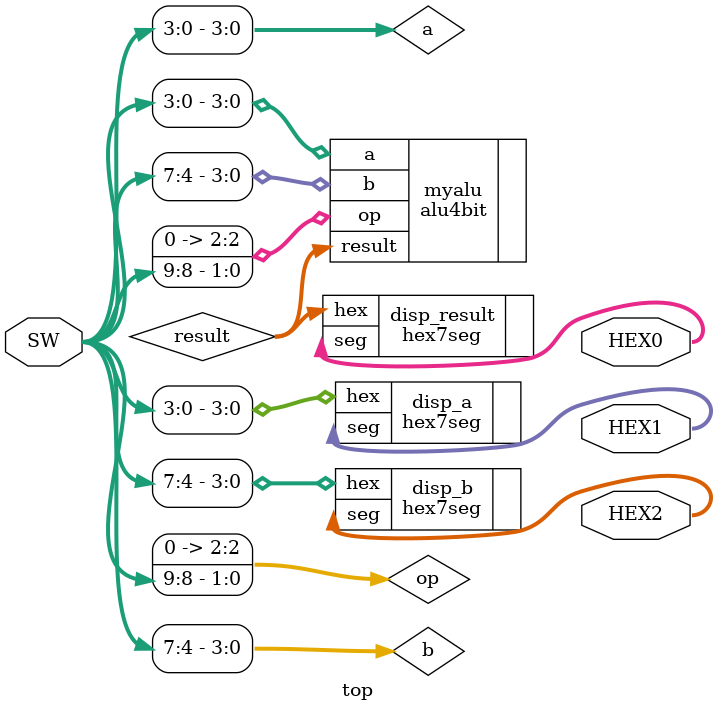
<source format=v>

module top (
    input [9:0] SW, //swtiches on fpga board
    output [6:0] HEX0, //show result
    output [6:0] HEX1, //show input a
    output [6:0] HEX2 //show input b
);

    wire [3:0] a = SW[3:0];
    wire [3:0] b = SW[7:4];
    wire [2:0] op = SW[9:8];

    wire [3:0] result;
    
    //alu instance
    alu4bit myalu(
        .a(a),
        .b(b),
        .op(op),
        .result(result),
    );

    //show alu result
    hex7seg disp_result (.hex(result), .seg(HEX0));

    //show input A
    hex7seg disp_a (.hex(a), .seg(HEX1));

    //show input b
    hex7seg disp_b (.hex(b), .seg(HEX2));

endmodule
</source>
